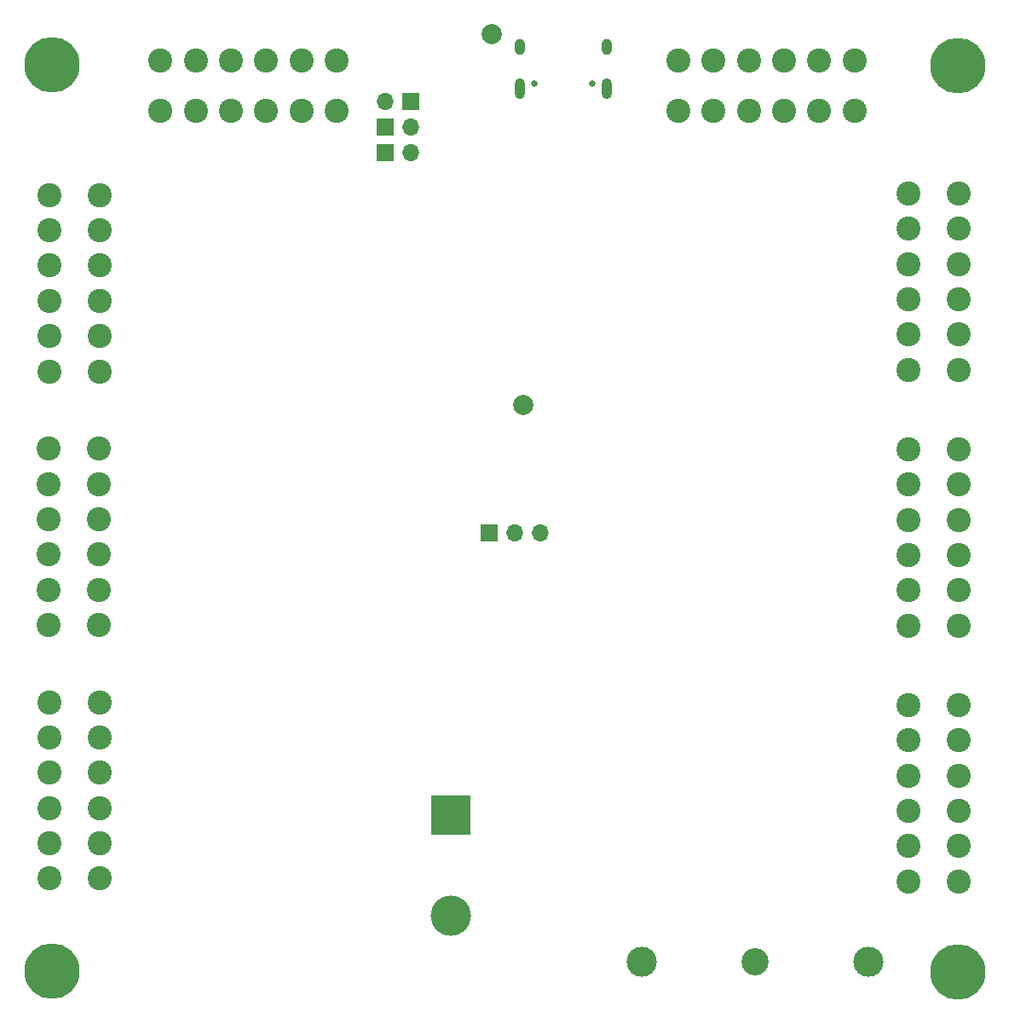
<source format=gbs>
%TF.GenerationSoftware,KiCad,Pcbnew,6.0.11+dfsg-1*%
%TF.CreationDate,2024-10-04T13:57:49+02:00*%
%TF.ProjectId,IO_16_8_1,494f5f31-365f-4385-9f31-2e6b69636164,1.1.0*%
%TF.SameCoordinates,PX47868c0PY848f8c0*%
%TF.FileFunction,Soldermask,Bot*%
%TF.FilePolarity,Negative*%
%FSLAX46Y46*%
G04 Gerber Fmt 4.6, Leading zero omitted, Abs format (unit mm)*
G04 Created by KiCad (PCBNEW 6.0.11+dfsg-1) date 2024-10-04 13:57:49*
%MOMM*%
%LPD*%
G01*
G04 APERTURE LIST*
%ADD10C,0.650000*%
%ADD11O,1.000000X2.100000*%
%ADD12O,1.000000X1.600000*%
%ADD13C,5.500000*%
%ADD14R,1.700000X1.700000*%
%ADD15O,1.700000X1.700000*%
%ADD16C,2.400000*%
%ADD17R,4.000000X4.000000*%
%ADD18C,4.000000*%
%ADD19C,2.700000*%
%ADD20C,3.000000*%
%ADD21C,2.000000*%
G04 APERTURE END LIST*
D10*
X58700000Y93215000D03*
X52920000Y93215000D03*
D11*
X60130000Y92715000D03*
X51490000Y92715000D03*
D12*
X51490000Y96895000D03*
X60130000Y96895000D03*
D13*
X5000000Y5036000D03*
X95000000Y5000000D03*
D14*
X38100000Y86360000D03*
D15*
X40640000Y86360000D03*
D16*
X9716000Y56938000D03*
X4716000Y56938000D03*
X4716000Y53438000D03*
X9716000Y53438000D03*
X9716000Y49938000D03*
X4716000Y49938000D03*
X9716000Y46438000D03*
X4716000Y46438000D03*
X4716000Y42938000D03*
X9716000Y42938000D03*
X4716000Y39438000D03*
X9716000Y39438000D03*
D13*
X95000000Y95000000D03*
D16*
X9756000Y31786000D03*
X4756000Y31786000D03*
X4756000Y28286000D03*
X9756000Y28286000D03*
X4756000Y24786000D03*
X9756000Y24786000D03*
X9756000Y21286000D03*
X4756000Y21286000D03*
X9756000Y17786000D03*
X4756000Y17786000D03*
X4756000Y14286000D03*
X9756000Y14286000D03*
D17*
X44634000Y20589670D03*
D18*
X44634000Y10589670D03*
D19*
X74860000Y6000000D03*
D20*
X63610000Y6000000D03*
X86110000Y6000000D03*
D16*
X90140000Y14000000D03*
X95140000Y14000000D03*
X95140000Y17500000D03*
X90140000Y17500000D03*
X90140000Y21000000D03*
X95140000Y21000000D03*
X95140000Y24500000D03*
X90140000Y24500000D03*
X90140000Y28000000D03*
X95140000Y28000000D03*
X95140000Y31500000D03*
X90140000Y31500000D03*
D14*
X48459000Y48601000D03*
D15*
X50999000Y48601000D03*
X53539000Y48601000D03*
D13*
X5000000Y95036000D03*
D14*
X38100000Y88900000D03*
D15*
X40640000Y88900000D03*
D14*
X40640000Y91440000D03*
D15*
X38100000Y91440000D03*
D16*
X33318000Y95500000D03*
X33318000Y90500000D03*
X29818000Y90500000D03*
X29818000Y95500000D03*
X26318000Y90500000D03*
X26318000Y95500000D03*
X22818000Y90500000D03*
X22818000Y95500000D03*
X19318000Y95500000D03*
X19318000Y90500000D03*
X15818000Y90500000D03*
X15818000Y95500000D03*
X95140000Y39400000D03*
X90140000Y39400000D03*
X95140000Y42900000D03*
X90140000Y42900000D03*
X90140000Y46400000D03*
X95140000Y46400000D03*
X90140000Y49900000D03*
X95140000Y49900000D03*
X95140000Y53400000D03*
X90140000Y53400000D03*
X90140000Y56900000D03*
X95140000Y56900000D03*
D21*
X48698000Y98106000D03*
D16*
X95140000Y64800000D03*
X90140000Y64800000D03*
X95140000Y68300000D03*
X90140000Y68300000D03*
X95140000Y71800000D03*
X90140000Y71800000D03*
X95140000Y75300000D03*
X90140000Y75300000D03*
X95140000Y78800000D03*
X90140000Y78800000D03*
X90140000Y82300000D03*
X95140000Y82300000D03*
D21*
X51873000Y61276000D03*
D16*
X9756000Y82140000D03*
X4756000Y82140000D03*
X9756000Y78640000D03*
X4756000Y78640000D03*
X9756000Y75140000D03*
X4756000Y75140000D03*
X4756000Y71640000D03*
X9756000Y71640000D03*
X9756000Y68140000D03*
X4756000Y68140000D03*
X9756000Y64640000D03*
X4756000Y64640000D03*
X84750000Y90500000D03*
X84750000Y95500000D03*
X81250000Y95500000D03*
X81250000Y90500000D03*
X77750000Y90500000D03*
X77750000Y95500000D03*
X74250000Y95500000D03*
X74250000Y90500000D03*
X70750000Y90500000D03*
X70750000Y95500000D03*
X67250000Y95500000D03*
X67250000Y90500000D03*
M02*

</source>
